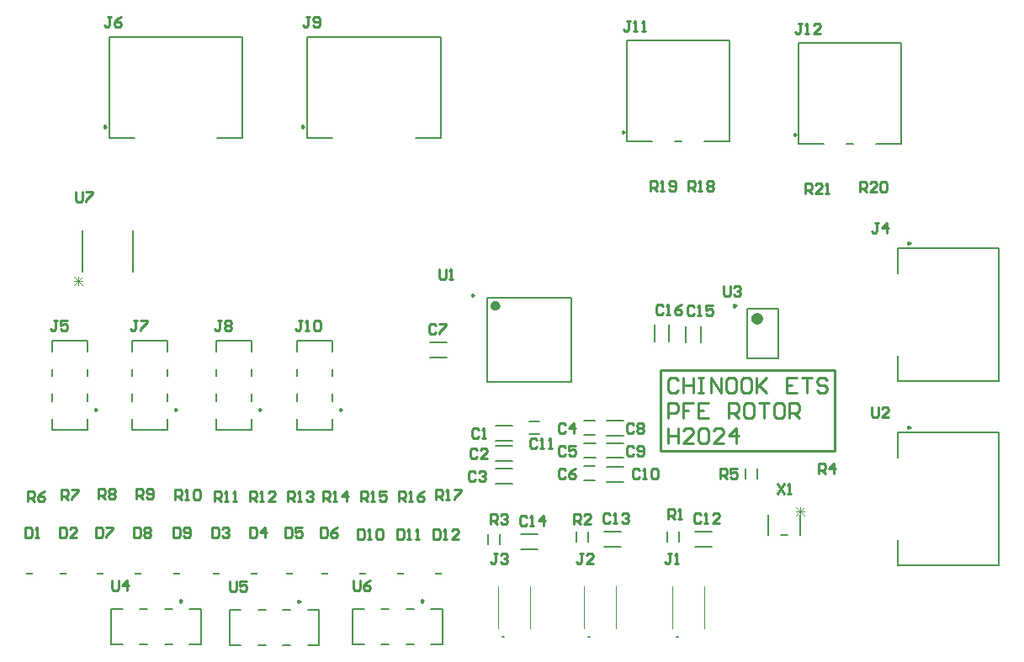
<source format=gto>
G04*
G04 #@! TF.GenerationSoftware,Altium Limited,Altium Designer,24.2.2 (26)*
G04*
G04 Layer_Color=65535*
%FSLAX25Y25*%
%MOIN*%
G70*
G04*
G04 #@! TF.SameCoordinates,43AA1BA6-794D-441E-BC0F-4625244E732F*
G04*
G04*
G04 #@! TF.FilePolarity,Positive*
G04*
G01*
G75*
%ADD10C,0.01968*%
%ADD11C,0.00984*%
%ADD12C,0.00787*%
%ADD13C,0.02362*%
%ADD14C,0.01000*%
%ADD15C,0.00600*%
%ADD16C,0.00394*%
%ADD17C,0.00300*%
%ADD18R,0.03150X0.00591*%
D10*
X201598Y148386D02*
X201106Y149238D01*
X200122D01*
X199630Y148386D01*
X200122Y147533D01*
X201106D01*
X201598Y148386D01*
D11*
X192148Y152559D02*
X191410Y152985D01*
Y152133D01*
X192148Y152559D01*
X172079Y31512D02*
X171341Y31938D01*
Y31086D01*
X172079Y31512D01*
X123236Y31236D02*
X122498Y31662D01*
Y30810D01*
X123236Y31236D01*
X76394Y31512D02*
X75656Y31938D01*
Y31086D01*
X76394Y31512D01*
X251642Y217291D02*
X250904Y217718D01*
Y216865D01*
X251642Y217291D01*
X42728Y107256D02*
X41990Y107682D01*
Y106830D01*
X42728Y107256D01*
X46244Y219390D02*
X45506Y219816D01*
Y218964D01*
X46244Y219390D01*
X74453Y107256D02*
X73715Y107682D01*
Y106830D01*
X74453Y107256D01*
X107728D02*
X106990Y107682D01*
Y106830D01*
X107728Y107256D01*
X124744Y219390D02*
X124006Y219816D01*
Y218964D01*
X124744Y219390D01*
X139728Y107256D02*
X138990Y107682D01*
Y106830D01*
X139728Y107256D01*
X364882Y100248D02*
X364144Y100674D01*
Y99822D01*
X364882Y100248D01*
Y173248D02*
X364144Y173674D01*
Y172822D01*
X364882Y173248D01*
X319642Y216291D02*
X318903Y216718D01*
Y215865D01*
X319642Y216291D01*
X295870Y148445D02*
X295132Y148871D01*
Y148019D01*
X295870Y148445D01*
D12*
X272276Y17189D02*
X273063D01*
X272276D01*
X237276D02*
X238063D01*
X237276D01*
X203276D02*
X204063D01*
X203276D01*
X232539Y54933D02*
Y59067D01*
X237461Y54933D02*
Y59067D01*
X299539Y79933D02*
Y84067D01*
X304461Y79933D02*
Y84067D01*
X197268Y118268D02*
Y151732D01*
Y118268D02*
X230732D01*
Y151732D01*
X197268D02*
X230732D01*
X202461Y53933D02*
Y58067D01*
X197539Y53933D02*
Y58067D01*
X244592Y78703D02*
X251176D01*
X244592Y84500D02*
X251176D01*
X235606Y97146D02*
X240134D01*
X235627Y102862D02*
X240155D01*
X214032Y97441D02*
X217969D01*
X214032Y102559D02*
X217969D01*
X244592Y88203D02*
X251176D01*
X244592Y94000D02*
X251176D01*
X244708Y97101D02*
X251292D01*
X244708Y102899D02*
X251292D01*
X235606Y79146D02*
X240134D01*
X235627Y84862D02*
X240155D01*
X235736Y88146D02*
X240264D01*
X235757Y93862D02*
X240285D01*
X200824Y78101D02*
X207408D01*
X200824Y83899D02*
X207408D01*
X200824Y87101D02*
X207408D01*
X200824Y92899D02*
X207408D01*
X200708Y95101D02*
X207292D01*
X200708Y100899D02*
X207292D01*
X174708Y128101D02*
X181292D01*
X174708Y133899D02*
X181292D01*
X179559Y14189D02*
Y28362D01*
X144126D02*
X148555D01*
X155445D02*
X158398D01*
X165287D02*
X168240D01*
X175130D02*
X179559D01*
X144126Y14189D02*
Y28362D01*
Y14189D02*
X148555D01*
X155445D02*
X158398D01*
X165287D02*
X168240D01*
X175130D02*
X179559D01*
X130717Y13913D02*
Y28087D01*
X95284D02*
X99713D01*
X106602D02*
X109555D01*
X116445D02*
X119398D01*
X126287D02*
X130717D01*
X95284Y13913D02*
Y28087D01*
Y13913D02*
X99713D01*
X106602D02*
X109555D01*
X116445D02*
X119398D01*
X126287D02*
X130717D01*
X83874Y14189D02*
Y28362D01*
X48441D02*
X52870D01*
X59760D02*
X62713D01*
X69602D02*
X72555D01*
X79445D02*
X83874D01*
X48441Y14189D02*
Y28362D01*
Y14189D02*
X52870D01*
X59760D02*
X62713D01*
X69602D02*
X72555D01*
X79445D02*
X83874D01*
X283472Y213492D02*
X293472D01*
X271661D02*
X274339D01*
X252528D02*
X262528D01*
X252528D02*
Y253492D01*
X293472D01*
Y213492D02*
Y253492D01*
X24913Y99283D02*
X39087D01*
Y130287D02*
Y134716D01*
Y120445D02*
Y123398D01*
Y110602D02*
Y113555D01*
Y99283D02*
Y103713D01*
X24913Y134716D02*
X39087D01*
X24913Y130287D02*
Y134716D01*
Y120445D02*
Y123398D01*
Y110602D02*
Y113555D01*
Y99283D02*
Y103713D01*
X90378Y215000D02*
X100378D01*
X47622D02*
X57622D01*
X47622D02*
Y255000D01*
X100378D01*
Y215000D02*
Y255000D01*
X56638Y99283D02*
X70811D01*
Y130287D02*
Y134716D01*
Y120445D02*
Y123398D01*
Y110602D02*
Y113555D01*
Y99283D02*
Y103713D01*
X56638Y134716D02*
X70811D01*
X56638Y130287D02*
Y134716D01*
Y120445D02*
Y123398D01*
Y110602D02*
Y113555D01*
Y99283D02*
Y103713D01*
X89913Y99283D02*
X104087D01*
Y130287D02*
Y134716D01*
Y120445D02*
Y123398D01*
Y110602D02*
Y113555D01*
Y99283D02*
Y103713D01*
X89913Y134716D02*
X104087D01*
X89913Y130287D02*
Y134716D01*
Y120445D02*
Y123398D01*
Y110602D02*
Y113555D01*
Y99283D02*
Y103713D01*
X168878Y215000D02*
X178878D01*
X126122D02*
X136122D01*
X126122D02*
Y255000D01*
X178878D01*
Y215000D02*
Y255000D01*
X121913Y99283D02*
X136087D01*
Y130287D02*
Y134716D01*
Y120445D02*
Y123398D01*
Y110602D02*
Y113555D01*
Y99283D02*
Y103713D01*
X121913Y134716D02*
X136087D01*
X121913Y130287D02*
Y134716D01*
Y120445D02*
Y123398D01*
Y110602D02*
Y113555D01*
Y99283D02*
Y103713D01*
X360000Y45622D02*
Y55622D01*
Y88378D02*
Y98378D01*
X400000D01*
Y45622D02*
Y98378D01*
X360000Y45622D02*
X400000D01*
X273461Y54933D02*
Y59067D01*
X268539Y54933D02*
Y59067D01*
X279708Y53101D02*
X286292D01*
X279708Y58899D02*
X286292D01*
X243708Y53101D02*
X250292D01*
X243708Y58899D02*
X250292D01*
X210708Y52101D02*
X217292D01*
X210708Y57899D02*
X217292D01*
X360000Y118622D02*
Y128622D01*
Y161378D02*
Y171378D01*
X400000D01*
Y118622D02*
Y171378D01*
X360000Y118622D02*
X400000D01*
X351472Y212492D02*
X361472D01*
X339661D02*
X342339D01*
X320528D02*
X330528D01*
X320528D02*
Y252492D01*
X361472D01*
Y212492D02*
Y252492D01*
X300201Y127657D02*
Y147343D01*
X312799Y127657D02*
Y147343D01*
X300201D02*
X312799D01*
X300201Y127657D02*
X312799D01*
X269399Y134208D02*
Y140792D01*
X263601Y134208D02*
Y140792D01*
X281899Y133824D02*
Y140408D01*
X276101Y133824D02*
Y140408D01*
D13*
X305319Y143405D02*
X304874Y144329D01*
X303875Y144557D01*
X303074Y143918D01*
Y142893D01*
X303875Y142254D01*
X304874Y142482D01*
X305319Y143405D01*
D14*
X266000Y91000D02*
Y123000D01*
Y91000D02*
X335000D01*
Y123000D01*
X266000D02*
X335000D01*
X231668Y62001D02*
Y65999D01*
X233667D01*
X234334Y65333D01*
Y64000D01*
X233667Y63334D01*
X231668D01*
X233001D02*
X234334Y62001D01*
X238332D02*
X235666D01*
X238332Y64666D01*
Y65333D01*
X237666Y65999D01*
X236333D01*
X235666Y65333D01*
X328668Y82001D02*
Y85999D01*
X330667D01*
X331334Y85333D01*
Y84000D01*
X330667Y83334D01*
X328668D01*
X330001D02*
X331334Y82001D01*
X334666D02*
Y85999D01*
X332666Y84000D01*
X335332D01*
X289668Y80001D02*
Y83999D01*
X291667D01*
X292334Y83333D01*
Y82000D01*
X291667Y81334D01*
X289668D01*
X291001D02*
X292334Y80001D01*
X296332Y83999D02*
X293667D01*
Y82000D01*
X294999Y82666D01*
X295666D01*
X296332Y82000D01*
Y80667D01*
X295666Y80001D01*
X294333D01*
X293667Y80667D01*
X269000Y99998D02*
Y94000D01*
Y96999D01*
X272999D01*
Y99998D01*
Y94000D01*
X278997D02*
X274998D01*
X278997Y97999D01*
Y98998D01*
X277997Y99998D01*
X275998D01*
X274998Y98998D01*
X280996D02*
X281996Y99998D01*
X283995D01*
X284995Y98998D01*
Y95000D01*
X283995Y94000D01*
X281996D01*
X280996Y95000D01*
Y98998D01*
X290993Y94000D02*
X286994D01*
X290993Y97999D01*
Y98998D01*
X289993Y99998D01*
X287994D01*
X286994Y98998D01*
X295991Y94000D02*
Y99998D01*
X292992Y96999D01*
X296991D01*
X269000Y104000D02*
Y109998D01*
X271999D01*
X272999Y108998D01*
Y106999D01*
X271999Y105999D01*
X269000D01*
X278997Y109998D02*
X274998D01*
Y106999D01*
X276997D01*
X274998D01*
Y104000D01*
X284995Y109998D02*
X280996D01*
Y104000D01*
X284995D01*
X280996Y106999D02*
X282996D01*
X292992Y104000D02*
Y109998D01*
X295991D01*
X296991Y108998D01*
Y106999D01*
X295991Y105999D01*
X292992D01*
X294992D02*
X296991Y104000D01*
X301989Y109998D02*
X299990D01*
X298990Y108998D01*
Y105000D01*
X299990Y104000D01*
X301989D01*
X302989Y105000D01*
Y108998D01*
X301989Y109998D01*
X304988D02*
X308987D01*
X306988D01*
Y104000D01*
X313985Y109998D02*
X311986D01*
X310986Y108998D01*
Y105000D01*
X311986Y104000D01*
X313985D01*
X314985Y105000D01*
Y108998D01*
X313985Y109998D01*
X316985Y104000D02*
Y109998D01*
X319984D01*
X320983Y108998D01*
Y106999D01*
X319984Y105999D01*
X316985D01*
X318984D02*
X320983Y104000D01*
X272999Y118998D02*
X271999Y119998D01*
X270000D01*
X269000Y118998D01*
Y115000D01*
X270000Y114000D01*
X271999D01*
X272999Y115000D01*
X274998Y119998D02*
Y114000D01*
Y116999D01*
X278997D01*
Y119998D01*
Y114000D01*
X280996Y119998D02*
X282996D01*
X281996D01*
Y114000D01*
X280996D01*
X282996D01*
X285995D02*
Y119998D01*
X289993Y114000D01*
Y119998D01*
X294992D02*
X292992D01*
X291993Y118998D01*
Y115000D01*
X292992Y114000D01*
X294992D01*
X295991Y115000D01*
Y118998D01*
X294992Y119998D01*
X300990D02*
X298990D01*
X297991Y118998D01*
Y115000D01*
X298990Y114000D01*
X300990D01*
X301989Y115000D01*
Y118998D01*
X300990Y119998D01*
X303989D02*
Y114000D01*
Y115999D01*
X307987Y119998D01*
X304988Y116999D01*
X307987Y114000D01*
X319984Y119998D02*
X315985D01*
Y114000D01*
X319984D01*
X315985Y116999D02*
X317984D01*
X321983Y119998D02*
X325982D01*
X323982D01*
Y114000D01*
X331980Y118998D02*
X330980Y119998D01*
X328981D01*
X327981Y118998D01*
Y117999D01*
X328981Y116999D01*
X330980D01*
X331980Y115999D01*
Y115000D01*
X330980Y114000D01*
X328981D01*
X327981Y115000D01*
X312334Y77999D02*
X315000Y74001D01*
Y77999D02*
X312334Y74001D01*
X316333D02*
X317666D01*
X316999D01*
Y77999D01*
X316333Y77333D01*
X323300Y193100D02*
Y197099D01*
X325299D01*
X325966Y196432D01*
Y195099D01*
X325299Y194433D01*
X323300D01*
X324633D02*
X325966Y193100D01*
X329964D02*
X327299D01*
X329964Y195766D01*
Y196432D01*
X329298Y197099D01*
X327965D01*
X327299Y196432D01*
X331297Y193100D02*
X332630D01*
X331964D01*
Y197099D01*
X331297Y196432D01*
X345100Y193600D02*
Y197599D01*
X347099D01*
X347766Y196932D01*
Y195599D01*
X347099Y194933D01*
X345100D01*
X346433D02*
X347766Y193600D01*
X351764D02*
X349099D01*
X351764Y196266D01*
Y196932D01*
X351098Y197599D01*
X349765D01*
X349099Y196932D01*
X353097D02*
X353764Y197599D01*
X355097D01*
X355763Y196932D01*
Y194266D01*
X355097Y193600D01*
X353764D01*
X353097Y194266D01*
Y196932D01*
X34400Y193699D02*
Y190366D01*
X35066Y189700D01*
X36399D01*
X37066Y190366D01*
Y193699D01*
X38399D02*
X41065D01*
Y193032D01*
X38399Y190366D01*
Y189700D01*
X144300Y39499D02*
Y36166D01*
X144966Y35500D01*
X146299D01*
X146966Y36166D01*
Y39499D01*
X150964D02*
X149632Y38832D01*
X148299Y37499D01*
Y36166D01*
X148965Y35500D01*
X150298D01*
X150964Y36166D01*
Y36833D01*
X150298Y37499D01*
X148299D01*
X95500Y39199D02*
Y35866D01*
X96166Y35200D01*
X97499D01*
X98166Y35866D01*
Y39199D01*
X102164D02*
X99499D01*
Y37199D01*
X100832Y37866D01*
X101498D01*
X102164Y37199D01*
Y35866D01*
X101498Y35200D01*
X100165D01*
X99499Y35866D01*
X48700Y39499D02*
Y36166D01*
X49366Y35500D01*
X50699D01*
X51366Y36166D01*
Y39499D01*
X54698Y35500D02*
Y39499D01*
X52699Y37499D01*
X55365D01*
X291100Y156399D02*
Y153067D01*
X291766Y152400D01*
X293099D01*
X293766Y153067D01*
Y156399D01*
X295099Y155732D02*
X295765Y156399D01*
X297098D01*
X297764Y155732D01*
Y155066D01*
X297098Y154399D01*
X296432D01*
X297098D01*
X297764Y153733D01*
Y153067D01*
X297098Y152400D01*
X295765D01*
X295099Y153067D01*
X349700Y108199D02*
Y104867D01*
X350366Y104200D01*
X351699D01*
X352366Y104867D01*
Y108199D01*
X356364Y104200D02*
X353699D01*
X356364Y106866D01*
Y107532D01*
X355698Y108199D01*
X354365D01*
X353699Y107532D01*
X178334Y162999D02*
Y159667D01*
X179001Y159001D01*
X180333D01*
X181000Y159667D01*
Y162999D01*
X182333Y159001D02*
X183666D01*
X182999D01*
Y162999D01*
X182333Y162333D01*
X261900Y193900D02*
Y197899D01*
X263899D01*
X264566Y197232D01*
Y195899D01*
X263899Y195233D01*
X261900D01*
X263233D02*
X264566Y193900D01*
X265899D02*
X267232D01*
X266565D01*
Y197899D01*
X265899Y197232D01*
X269231Y194567D02*
X269897Y193900D01*
X271230D01*
X271897Y194567D01*
Y197232D01*
X271230Y197899D01*
X269897D01*
X269231Y197232D01*
Y196566D01*
X269897Y195899D01*
X271897D01*
X277002Y194001D02*
Y197999D01*
X279001D01*
X279667Y197333D01*
Y196000D01*
X279001Y195334D01*
X277002D01*
X278334D02*
X279667Y194001D01*
X281000D02*
X282333D01*
X281667D01*
Y197999D01*
X281000Y197333D01*
X284333D02*
X284999Y197999D01*
X286332D01*
X286998Y197333D01*
Y196667D01*
X286332Y196000D01*
X286998Y195334D01*
Y194667D01*
X286332Y194001D01*
X284999D01*
X284333Y194667D01*
Y195334D01*
X284999Y196000D01*
X284333Y196667D01*
Y197333D01*
X284999Y196000D02*
X286332D01*
X177100Y71600D02*
Y75599D01*
X179099D01*
X179766Y74932D01*
Y73599D01*
X179099Y72933D01*
X177100D01*
X178433D02*
X179766Y71600D01*
X181099D02*
X182432D01*
X181765D01*
Y75599D01*
X181099Y74932D01*
X184431Y75599D02*
X187097D01*
Y74932D01*
X184431Y72266D01*
Y71600D01*
X162300Y71100D02*
Y75099D01*
X164299D01*
X164966Y74432D01*
Y73099D01*
X164299Y72433D01*
X162300D01*
X163633D02*
X164966Y71100D01*
X166299D02*
X167632D01*
X166965D01*
Y75099D01*
X166299Y74432D01*
X172297Y75099D02*
X170964Y74432D01*
X169631Y73099D01*
Y71766D01*
X170297Y71100D01*
X171630D01*
X172297Y71766D01*
Y72433D01*
X171630Y73099D01*
X169631D01*
X147300Y71100D02*
Y75099D01*
X149299D01*
X149966Y74432D01*
Y73099D01*
X149299Y72433D01*
X147300D01*
X148633D02*
X149966Y71100D01*
X151299D02*
X152632D01*
X151965D01*
Y75099D01*
X151299Y74432D01*
X157297Y75099D02*
X154631D01*
Y73099D01*
X155964Y73766D01*
X156630D01*
X157297Y73099D01*
Y71766D01*
X156630Y71100D01*
X155297D01*
X154631Y71766D01*
X132300Y71100D02*
Y75099D01*
X134299D01*
X134966Y74432D01*
Y73099D01*
X134299Y72433D01*
X132300D01*
X133633D02*
X134966Y71100D01*
X136299D02*
X137632D01*
X136965D01*
Y75099D01*
X136299Y74432D01*
X141630Y71100D02*
Y75099D01*
X139631Y73099D01*
X142297D01*
X118300Y71100D02*
Y75099D01*
X120299D01*
X120966Y74432D01*
Y73099D01*
X120299Y72433D01*
X118300D01*
X119633D02*
X120966Y71100D01*
X122299D02*
X123632D01*
X122965D01*
Y75099D01*
X122299Y74432D01*
X125631D02*
X126297Y75099D01*
X127630D01*
X128297Y74432D01*
Y73766D01*
X127630Y73099D01*
X126964D01*
X127630D01*
X128297Y72433D01*
Y71766D01*
X127630Y71100D01*
X126297D01*
X125631Y71766D01*
X103300Y71100D02*
Y75099D01*
X105299D01*
X105966Y74432D01*
Y73099D01*
X105299Y72433D01*
X103300D01*
X104633D02*
X105966Y71100D01*
X107299D02*
X108632D01*
X107965D01*
Y75099D01*
X107299Y74432D01*
X113297Y71100D02*
X110631D01*
X113297Y73766D01*
Y74432D01*
X112630Y75099D01*
X111297D01*
X110631Y74432D01*
X89300Y71100D02*
Y75099D01*
X91299D01*
X91966Y74432D01*
Y73099D01*
X91299Y72433D01*
X89300D01*
X90633D02*
X91966Y71100D01*
X93299D02*
X94632D01*
X93965D01*
Y75099D01*
X93299Y74432D01*
X96631Y71100D02*
X97964D01*
X97297D01*
Y75099D01*
X96631Y74432D01*
X73800Y71600D02*
Y75599D01*
X75799D01*
X76466Y74932D01*
Y73599D01*
X75799Y72933D01*
X73800D01*
X75133D02*
X76466Y71600D01*
X77799D02*
X79132D01*
X78465D01*
Y75599D01*
X77799Y74932D01*
X81131D02*
X81797Y75599D01*
X83130D01*
X83797Y74932D01*
Y72266D01*
X83130Y71600D01*
X81797D01*
X81131Y72266D01*
Y74932D01*
X58300Y72100D02*
Y76099D01*
X60299D01*
X60966Y75432D01*
Y74099D01*
X60299Y73433D01*
X58300D01*
X59633D02*
X60966Y72100D01*
X62299Y72766D02*
X62965Y72100D01*
X64298D01*
X64964Y72766D01*
Y75432D01*
X64298Y76099D01*
X62965D01*
X62299Y75432D01*
Y74766D01*
X62965Y74099D01*
X64964D01*
X43300Y72100D02*
Y76099D01*
X45299D01*
X45966Y75432D01*
Y74099D01*
X45299Y73433D01*
X43300D01*
X44633D02*
X45966Y72100D01*
X47299Y75432D02*
X47965Y76099D01*
X49298D01*
X49964Y75432D01*
Y74766D01*
X49298Y74099D01*
X49964Y73433D01*
Y72766D01*
X49298Y72100D01*
X47965D01*
X47299Y72766D01*
Y73433D01*
X47965Y74099D01*
X47299Y74766D01*
Y75432D01*
X47965Y74099D02*
X49298D01*
X28800Y71600D02*
Y75599D01*
X30799D01*
X31466Y74932D01*
Y73599D01*
X30799Y72933D01*
X28800D01*
X30133D02*
X31466Y71600D01*
X32799Y75599D02*
X35465D01*
Y74932D01*
X32799Y72266D01*
Y71600D01*
X15300Y71100D02*
Y75099D01*
X17299D01*
X17966Y74432D01*
Y73099D01*
X17299Y72433D01*
X15300D01*
X16633D02*
X17966Y71100D01*
X21964Y75099D02*
X20632Y74432D01*
X19299Y73099D01*
Y71766D01*
X19965Y71100D01*
X21298D01*
X21964Y71766D01*
Y72433D01*
X21298Y73099D01*
X19299D01*
X198668Y62001D02*
Y65999D01*
X200667D01*
X201333Y65333D01*
Y64000D01*
X200667Y63334D01*
X198668D01*
X200001D02*
X201333Y62001D01*
X202666Y65333D02*
X203333Y65999D01*
X204666D01*
X205332Y65333D01*
Y64666D01*
X204666Y64000D01*
X203999D01*
X204666D01*
X205332Y63334D01*
Y62667D01*
X204666Y62001D01*
X203333D01*
X202666Y62667D01*
X269100Y64100D02*
Y68099D01*
X271099D01*
X271766Y67432D01*
Y66099D01*
X271099Y65433D01*
X269100D01*
X270433D02*
X271766Y64100D01*
X273099D02*
X274432D01*
X273765D01*
Y68099D01*
X273099Y67432D01*
X321866Y260299D02*
X320533D01*
X321199D01*
Y256966D01*
X320533Y256300D01*
X319866D01*
X319200Y256966D01*
X323199Y256300D02*
X324532D01*
X323865D01*
Y260299D01*
X323199Y259632D01*
X329197Y256300D02*
X326531D01*
X329197Y258966D01*
Y259632D01*
X328530Y260299D01*
X327197D01*
X326531Y259632D01*
X253866Y261299D02*
X252533D01*
X253199D01*
Y257966D01*
X252533Y257300D01*
X251866D01*
X251200Y257966D01*
X255199Y257300D02*
X256532D01*
X255865D01*
Y261299D01*
X255199Y260632D01*
X258531Y257300D02*
X259864D01*
X259197D01*
Y261299D01*
X258531Y260632D01*
X123966Y142499D02*
X122633D01*
X123299D01*
Y139166D01*
X122633Y138500D01*
X121967D01*
X121300Y139166D01*
X125299Y138500D02*
X126632D01*
X125965D01*
Y142499D01*
X125299Y141832D01*
X128631D02*
X129297Y142499D01*
X130630D01*
X131297Y141832D01*
Y139166D01*
X130630Y138500D01*
X129297D01*
X128631Y139166D01*
Y141832D01*
X126966Y262799D02*
X125633D01*
X126299D01*
Y259466D01*
X125633Y258800D01*
X124967D01*
X124300Y259466D01*
X128299D02*
X128965Y258800D01*
X130298D01*
X130965Y259466D01*
Y262132D01*
X130298Y262799D01*
X128965D01*
X128299Y262132D01*
Y261466D01*
X128965Y260799D01*
X130965D01*
X91966Y142499D02*
X90633D01*
X91299D01*
Y139166D01*
X90633Y138500D01*
X89966D01*
X89300Y139166D01*
X93299Y141832D02*
X93965Y142499D01*
X95298D01*
X95964Y141832D01*
Y141166D01*
X95298Y140499D01*
X95964Y139833D01*
Y139166D01*
X95298Y138500D01*
X93965D01*
X93299Y139166D01*
Y139833D01*
X93965Y140499D01*
X93299Y141166D01*
Y141832D01*
X93965Y140499D02*
X95298D01*
X58766Y142499D02*
X57433D01*
X58099D01*
Y139166D01*
X57433Y138500D01*
X56766D01*
X56100Y139166D01*
X60099Y142499D02*
X62765D01*
Y141832D01*
X60099Y139166D01*
Y138500D01*
X48466Y262799D02*
X47133D01*
X47799D01*
Y259466D01*
X47133Y258800D01*
X46466D01*
X45800Y259466D01*
X52464Y262799D02*
X51132Y262132D01*
X49799Y260799D01*
Y259466D01*
X50465Y258800D01*
X51798D01*
X52464Y259466D01*
Y260133D01*
X51798Y260799D01*
X49799D01*
X26966Y142499D02*
X25633D01*
X26299D01*
Y139166D01*
X25633Y138500D01*
X24967D01*
X24300Y139166D01*
X30964Y142499D02*
X28299D01*
Y140499D01*
X29632Y141166D01*
X30298D01*
X30964Y140499D01*
Y139166D01*
X30298Y138500D01*
X28965D01*
X28299Y139166D01*
X352366Y181199D02*
X351033D01*
X351699D01*
Y177866D01*
X351033Y177200D01*
X350366D01*
X349700Y177866D01*
X355698Y177200D02*
Y181199D01*
X353699Y179199D01*
X356364D01*
X201266Y50399D02*
X199933D01*
X200599D01*
Y47066D01*
X199933Y46400D01*
X199267D01*
X198600Y47066D01*
X202599Y49732D02*
X203265Y50399D01*
X204598D01*
X205264Y49732D01*
Y49066D01*
X204598Y48399D01*
X203932D01*
X204598D01*
X205264Y47733D01*
Y47066D01*
X204598Y46400D01*
X203265D01*
X202599Y47066D01*
X235266Y50399D02*
X233933D01*
X234599D01*
Y47066D01*
X233933Y46400D01*
X233266D01*
X232600Y47066D01*
X239264Y46400D02*
X236599D01*
X239264Y49066D01*
Y49732D01*
X238598Y50399D01*
X237265D01*
X236599Y49732D01*
X270266Y50399D02*
X268933D01*
X269599D01*
Y47066D01*
X268933Y46400D01*
X268266D01*
X267600Y47066D01*
X271599Y46400D02*
X272932D01*
X272265D01*
Y50399D01*
X271599Y49732D01*
X176002Y59999D02*
Y56001D01*
X178001D01*
X178667Y56667D01*
Y59333D01*
X178001Y59999D01*
X176002D01*
X180000Y56001D02*
X181333D01*
X180667D01*
Y59999D01*
X180000Y59333D01*
X185998Y56001D02*
X183333D01*
X185998Y58666D01*
Y59333D01*
X185332Y59999D01*
X183999D01*
X183333Y59333D01*
X161668Y59999D02*
Y56001D01*
X163667D01*
X164334Y56667D01*
Y59333D01*
X163667Y59999D01*
X161668D01*
X165667Y56001D02*
X167000D01*
X166333D01*
Y59999D01*
X165667Y59333D01*
X168999Y56001D02*
X170332D01*
X169666D01*
Y59999D01*
X168999Y59333D01*
X146002Y59999D02*
Y56001D01*
X148001D01*
X148667Y56667D01*
Y59333D01*
X148001Y59999D01*
X146002D01*
X150000Y56001D02*
X151333D01*
X150667D01*
Y59999D01*
X150000Y59333D01*
X153333D02*
X153999Y59999D01*
X155332D01*
X155998Y59333D01*
Y56667D01*
X155332Y56001D01*
X153999D01*
X153333Y56667D01*
Y59333D01*
X73000Y60599D02*
Y56600D01*
X74999D01*
X75666Y57266D01*
Y59932D01*
X74999Y60599D01*
X73000D01*
X76999Y57266D02*
X77665Y56600D01*
X78998D01*
X79664Y57266D01*
Y59932D01*
X78998Y60599D01*
X77665D01*
X76999Y59932D01*
Y59266D01*
X77665Y58599D01*
X79664D01*
X57500Y60599D02*
Y56600D01*
X59499D01*
X60166Y57266D01*
Y59932D01*
X59499Y60599D01*
X57500D01*
X61499Y59932D02*
X62165Y60599D01*
X63498D01*
X64165Y59932D01*
Y59266D01*
X63498Y58599D01*
X64165Y57933D01*
Y57266D01*
X63498Y56600D01*
X62165D01*
X61499Y57266D01*
Y57933D01*
X62165Y58599D01*
X61499Y59266D01*
Y59932D01*
X62165Y58599D02*
X63498D01*
X42500Y60599D02*
Y56600D01*
X44499D01*
X45166Y57266D01*
Y59932D01*
X44499Y60599D01*
X42500D01*
X46499D02*
X49165D01*
Y59932D01*
X46499Y57266D01*
Y56600D01*
X131500Y60599D02*
Y56600D01*
X133499D01*
X134166Y57266D01*
Y59932D01*
X133499Y60599D01*
X131500D01*
X138164D02*
X136832Y59932D01*
X135499Y58599D01*
Y57266D01*
X136165Y56600D01*
X137498D01*
X138164Y57266D01*
Y57933D01*
X137498Y58599D01*
X135499D01*
X117500Y60599D02*
Y56600D01*
X119499D01*
X120166Y57266D01*
Y59932D01*
X119499Y60599D01*
X117500D01*
X124164D02*
X121499D01*
Y58599D01*
X122832Y59266D01*
X123498D01*
X124164Y58599D01*
Y57266D01*
X123498Y56600D01*
X122165D01*
X121499Y57266D01*
X103500Y60599D02*
Y56600D01*
X105499D01*
X106166Y57266D01*
Y59932D01*
X105499Y60599D01*
X103500D01*
X109498Y56600D02*
Y60599D01*
X107499Y58599D01*
X110164D01*
X88500Y60599D02*
Y56600D01*
X90499D01*
X91166Y57266D01*
Y59932D01*
X90499Y60599D01*
X88500D01*
X92499Y59932D02*
X93165Y60599D01*
X94498D01*
X95165Y59932D01*
Y59266D01*
X94498Y58599D01*
X93832D01*
X94498D01*
X95165Y57933D01*
Y57266D01*
X94498Y56600D01*
X93165D01*
X92499Y57266D01*
X28000Y60599D02*
Y56600D01*
X29999D01*
X30666Y57266D01*
Y59932D01*
X29999Y60599D01*
X28000D01*
X34664Y56600D02*
X31999D01*
X34664Y59266D01*
Y59932D01*
X33998Y60599D01*
X32665D01*
X31999Y59932D01*
X14500Y60599D02*
Y56600D01*
X16499D01*
X17166Y57266D01*
Y59932D01*
X16499Y60599D01*
X14500D01*
X18499Y56600D02*
X19832D01*
X19165D01*
Y60599D01*
X18499Y59932D01*
X266866Y148332D02*
X266199Y148999D01*
X264866D01*
X264200Y148332D01*
Y145667D01*
X264866Y145000D01*
X266199D01*
X266866Y145667D01*
X268199Y145000D02*
X269532D01*
X268865D01*
Y148999D01*
X268199Y148332D01*
X274197Y148999D02*
X272864Y148332D01*
X271531Y146999D01*
Y145667D01*
X272197Y145000D01*
X273530D01*
X274197Y145667D01*
Y146333D01*
X273530Y146999D01*
X271531D01*
X279366Y147932D02*
X278699Y148599D01*
X277366D01*
X276700Y147932D01*
Y145266D01*
X277366Y144600D01*
X278699D01*
X279366Y145266D01*
X280699Y144600D02*
X282032D01*
X281365D01*
Y148599D01*
X280699Y147932D01*
X286697Y148599D02*
X284031D01*
Y146599D01*
X285364Y147266D01*
X286030D01*
X286697Y146599D01*
Y145266D01*
X286030Y144600D01*
X284697D01*
X284031Y145266D01*
X213166Y64632D02*
X212499Y65299D01*
X211166D01*
X210500Y64632D01*
Y61966D01*
X211166Y61300D01*
X212499D01*
X213166Y61966D01*
X214499Y61300D02*
X215832D01*
X215165D01*
Y65299D01*
X214499Y64632D01*
X219830Y61300D02*
Y65299D01*
X217831Y63299D01*
X220497D01*
X246166Y65632D02*
X245499Y66299D01*
X244166D01*
X243500Y65632D01*
Y62966D01*
X244166Y62300D01*
X245499D01*
X246166Y62966D01*
X247499Y62300D02*
X248832D01*
X248165D01*
Y66299D01*
X247499Y65632D01*
X250831D02*
X251497Y66299D01*
X252830D01*
X253497Y65632D01*
Y64966D01*
X252830Y64299D01*
X252164D01*
X252830D01*
X253497Y63633D01*
Y62966D01*
X252830Y62300D01*
X251497D01*
X250831Y62966D01*
X282166Y65632D02*
X281499Y66299D01*
X280166D01*
X279500Y65632D01*
Y62966D01*
X280166Y62300D01*
X281499D01*
X282166Y62966D01*
X283499Y62300D02*
X284832D01*
X284165D01*
Y66299D01*
X283499Y65632D01*
X289497Y62300D02*
X286831D01*
X289497Y64966D01*
Y65632D01*
X288830Y66299D01*
X287497D01*
X286831Y65632D01*
X216909Y95333D02*
X216242Y95999D01*
X214909D01*
X214243Y95333D01*
Y92667D01*
X214909Y92001D01*
X216242D01*
X216909Y92667D01*
X218242Y92001D02*
X219574D01*
X218908D01*
Y95999D01*
X218242Y95333D01*
X221574Y92001D02*
X222907D01*
X222240D01*
Y95999D01*
X221574Y95333D01*
X257667Y83333D02*
X257001Y83999D01*
X255668D01*
X255002Y83333D01*
Y80667D01*
X255668Y80001D01*
X257001D01*
X257667Y80667D01*
X259000Y80001D02*
X260333D01*
X259667D01*
Y83999D01*
X259000Y83333D01*
X262333D02*
X262999Y83999D01*
X264332D01*
X264998Y83333D01*
Y80667D01*
X264332Y80001D01*
X262999D01*
X262333Y80667D01*
Y83333D01*
X255334Y92333D02*
X254667Y92999D01*
X253334D01*
X252668Y92333D01*
Y89667D01*
X253334Y89001D01*
X254667D01*
X255334Y89667D01*
X256666D02*
X257333Y89001D01*
X258666D01*
X259332Y89667D01*
Y92333D01*
X258666Y92999D01*
X257333D01*
X256666Y92333D01*
Y91666D01*
X257333Y91000D01*
X259332D01*
X255334Y101333D02*
X254667Y101999D01*
X253334D01*
X252668Y101333D01*
Y98667D01*
X253334Y98001D01*
X254667D01*
X255334Y98667D01*
X256666Y101333D02*
X257333Y101999D01*
X258666D01*
X259332Y101333D01*
Y100666D01*
X258666Y100000D01*
X259332Y99334D01*
Y98667D01*
X258666Y98001D01*
X257333D01*
X256666Y98667D01*
Y99334D01*
X257333Y100000D01*
X256666Y100666D01*
Y101333D01*
X257333Y100000D02*
X258666D01*
X177166Y140632D02*
X176499Y141299D01*
X175166D01*
X174500Y140632D01*
Y137967D01*
X175166Y137300D01*
X176499D01*
X177166Y137967D01*
X178499Y141299D02*
X181165D01*
Y140632D01*
X178499Y137967D01*
Y137300D01*
X228334Y83333D02*
X227667Y83999D01*
X226334D01*
X225668Y83333D01*
Y80667D01*
X226334Y80001D01*
X227667D01*
X228334Y80667D01*
X232332Y83999D02*
X230999Y83333D01*
X229666Y82000D01*
Y80667D01*
X230333Y80001D01*
X231666D01*
X232332Y80667D01*
Y81334D01*
X231666Y82000D01*
X229666D01*
X228334Y92333D02*
X227667Y92999D01*
X226334D01*
X225668Y92333D01*
Y89667D01*
X226334Y89001D01*
X227667D01*
X228334Y89667D01*
X232332Y92999D02*
X229666D01*
Y91000D01*
X230999Y91666D01*
X231666D01*
X232332Y91000D01*
Y89667D01*
X231666Y89001D01*
X230333D01*
X229666Y89667D01*
X228334Y101333D02*
X227667Y101999D01*
X226334D01*
X225668Y101333D01*
Y98667D01*
X226334Y98001D01*
X227667D01*
X228334Y98667D01*
X231666Y98001D02*
Y101999D01*
X229666Y100000D01*
X232332D01*
X192833Y82333D02*
X192167Y82999D01*
X190834D01*
X190168Y82333D01*
Y79667D01*
X190834Y79001D01*
X192167D01*
X192833Y79667D01*
X194167Y82333D02*
X194833Y82999D01*
X196166D01*
X196832Y82333D01*
Y81666D01*
X196166Y81000D01*
X195499D01*
X196166D01*
X196832Y80334D01*
Y79667D01*
X196166Y79001D01*
X194833D01*
X194167Y79667D01*
X193449Y91333D02*
X192783Y91999D01*
X191450D01*
X190784Y91333D01*
Y88667D01*
X191450Y88001D01*
X192783D01*
X193449Y88667D01*
X197448Y88001D02*
X194782D01*
X197448Y90666D01*
Y91333D01*
X196782Y91999D01*
X195449D01*
X194782Y91333D01*
X194000Y99333D02*
X193333Y99999D01*
X192001D01*
X191334Y99333D01*
Y96667D01*
X192001Y96001D01*
X193333D01*
X194000Y96667D01*
X195333Y96001D02*
X196666D01*
X195999D01*
Y99999D01*
X195333Y99333D01*
D15*
X308600Y57650D02*
Y65550D01*
X313770Y57650D02*
X316230D01*
X321400D02*
Y65550D01*
X57150Y161800D02*
Y178200D01*
X36850Y161800D02*
Y178200D01*
D16*
X283299Y20732D02*
Y37169D01*
X270701Y20732D02*
Y37169D01*
X248299Y20732D02*
Y37169D01*
X235701Y20732D02*
Y37169D01*
X214299Y20732D02*
Y37169D01*
X201701Y20732D02*
Y37169D01*
D17*
X323106Y68750D02*
X319773Y65418D01*
Y68750D02*
X323106Y65418D01*
X321439Y68750D02*
Y65418D01*
X319773Y67084D02*
X323106D01*
X33735Y156698D02*
X37067Y160030D01*
Y156698D02*
X33735Y160030D01*
X35401Y156698D02*
Y160030D01*
X37067Y158364D02*
X33735D01*
D18*
X163000Y42193D02*
D03*
X178000D02*
D03*
X148000D02*
D03*
X105000D02*
D03*
X133000D02*
D03*
X119000D02*
D03*
X90000D02*
D03*
X29500D02*
D03*
X16000D02*
D03*
X74500D02*
D03*
X59000D02*
D03*
X44000D02*
D03*
M02*

</source>
